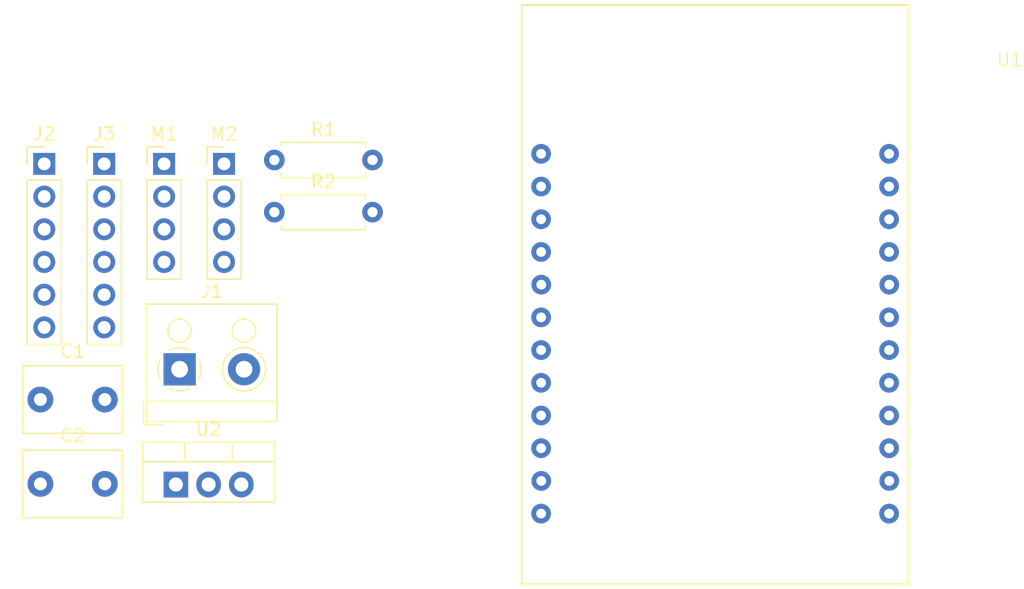
<source format=kicad_pcb>
(kicad_pcb (version 20221018) (generator pcbnew)
  (layers (0 "F.Cu" signal) (31 "B.Cu" signal) (34 "B.Paste" user) (35 "F.Paste" user) (36 "B.SilkS" user "B.Silkscreen") (37 "F.SilkS" user "F.Silkscreen") (38 "B.Mask" user) (39 "F.Mask" user) (44 "Edge.Cuts" user))
  (net 0 "")
  (net 1 "/12V")
  (net 2 "GND")
  (net 3 "/5V REG")
  (net 4 "/A01")
  (net 5 "/A02")
  (net 6 "/5V MCU")
  (net 7 "/MA_ENCA")
  (net 8 "/MA_ENCB")
  (net 9 "/B01")
  (net 10 "/B02")
  (net 11 "/MB_ENCA")
  (net 12 "/MB_ENCB")
  (net 13 "/SDA")
  (net 14 "/SCL")
  (net 15 "Net-(M2-Pin_1)")
  (net 16 "/D1")
  (net 17 "/D0")
  (net 18 "/PWMB")
  (net 22 "/AIN2")
  (net 23 "/AIN1")
  (net 24 "/BIN1")
  (net 25 "/BIN2")
  (net 28 "/PWMA")
  (footprint "Capacitor_THT:C_Disc_D7.5mm_W5.0mm_P5.00mm" (layer "F.Cu") (at 31.47 56.4)
    (fp_text reference "C1" (at 2.5 -3.75) (layer "F.SilkS"))
    (fp_text value "0.33uF")
    (fp_line (start -1.37 -2.62) (end -1.37 2.62) (stroke (width 0.12)) (layer "F.SilkS"))
    (fp_line (start -1.37 -2.62) (end 6.37 -2.62) (stroke (width 0.12)) (layer "F.SilkS"))
    (fp_line (start -1.37 2.62) (end 6.37 2.62) (stroke (width 0.12)) (layer "F.SilkS"))
    (fp_line (start 6.37 -2.62) (end 6.37 2.62) (stroke (width 0.12)) (layer "F.SilkS"))
    (pad "1" thru_hole circle (at 0 0) (size 2 2) (drill 1) (layers "*.Cu" "*.Mask") (net 1 "/12V"))
    (pad "2" thru_hole circle (at 5 0) (size 2 2) (drill 1) (layers "*.Cu" "*.Mask") (net 2 "GND"))
  )
  (footprint "Capacitor_THT:C_Disc_D7.5mm_W5.0mm_P5.00mm" (layer "F.Cu") (at 31.47 62.95)
    (fp_text reference "C2" (at 2.5 -3.75) (layer "F.SilkS"))
    (fp_text value "0.1uF")
    (fp_line (start -1.37 -2.62) (end -1.37 2.62) (stroke (width 0.12)) (layer "F.SilkS"))
    (fp_line (start -1.37 -2.62) (end 6.37 -2.62) (stroke (width 0.12)) (layer "F.SilkS"))
    (fp_line (start -1.37 2.62) (end 6.37 2.62) (stroke (width 0.12)) (layer "F.SilkS"))
    (fp_line (start 6.37 -2.62) (end 6.37 2.62) (stroke (width 0.12)) (layer "F.SilkS"))
    (pad "1" thru_hole circle (at 0 0) (size 2 2) (drill 1) (layers "*.Cu" "*.Mask") (net 3 "/5V REG"))
    (pad "2" thru_hole circle (at 5 0) (size 2 2) (drill 1) (layers "*.Cu" "*.Mask") (net 2 "GND"))
  )
  (footprint "Package_TO_SOT_THT:TO-220-3_Vertical" (layer "F.Cu") (at 41.98 63)
    (fp_text reference "U2" (at 2.54 -4.27) (layer "F.SilkS"))
    (fp_text value "LM7805")
    (fp_line (start -2.58 -3.27) (end -2.58 1.371) (stroke (width 0.12)) (layer "F.SilkS"))
    (fp_line (start -2.58 -3.27) (end 7.66 -3.27) (stroke (width 0.12)) (layer "F.SilkS"))
    (fp_line (start -2.58 -1.76) (end 7.66 -1.76) (stroke (width 0.12)) (layer "F.SilkS"))
    (fp_line (start -2.58 1.371) (end 7.66 1.371) (stroke (width 0.12)) (layer "F.SilkS"))
    (fp_line (start 0.69 -3.27) (end 0.69 -1.76) (stroke (width 0.12)) (layer "F.SilkS"))
    (fp_line (start 4.391 -3.27) (end 4.391 -1.76) (stroke (width 0.12)) (layer "F.SilkS"))
    (fp_line (start 7.66 -3.27) (end 7.66 1.371) (stroke (width 0.12)) (layer "F.SilkS"))
    (pad "1" thru_hole rect (at 0 0) (size 1.905 2) (drill 1.1) (layers "*.Cu" "*.Mask") (net 1 "/12V"))
    (pad "2" thru_hole oval (at 2.54 0) (size 1.905 2) (drill 1.1) (layers "*.Cu" "*.Mask") (net 2 "GND"))
    (pad "3" thru_hole oval (at 5.08 0) (size 1.905 2) (drill 1.1) (layers "*.Cu" "*.Mask") (net 3 "/5V REG"))
  )
  (footprint "STM32_Boards:STM32F030F4P6" (layer "F.Cu") (at 83.82 48.26)
    (fp_text reference "U1" (at 22.86 -18.24 unlocked) (layer "F.SilkS") (effects (font (thickness 0.1))))
    (fp_text value "~")
    (fp_rect (start -15 -22.5) (end 15 22.5) (stroke (width 0.15)) (fill none) (layer "F.SilkS"))
    (pad "1" thru_hole circle (at -13.5 17) (size 1.524 1.524) (drill 0.762) (layers "*.Cu" "*.Mask") (net 2 "GND"))
    (pad "2" thru_hole circle (at -13.4874 14.46) (size 1.524 1.524) (drill 0.762) (layers "*.Cu" "*.Mask") (net 2 "GND"))
    (pad "3" thru_hole circle (at -13.5 11.92) (size 1.524 1.524) (drill 0.762) (layers "*.Cu" "*.Mask") (net 22 "/AIN2"))
    (pad "4" thru_hole circle (at -13.5 9.38) (size 1.524 1.524) (drill 0.762) (layers "*.Cu" "*.Mask") (net 24 "/BIN1"))
    (pad "5" thru_hole circle (at -13.5 6.84) (size 1.524 1.524) (drill 0.762) (layers "*.Cu" "*.Mask") (net 25 "/BIN2"))
    (pad "6" thru_hole circle (at -13.5 4.3) (size 1.524 1.524) (drill 0.762) (layers "*.Cu" "*.Mask") (net 28 "/PWMA"))
    (pad "7" thru_hole circle (at -13.5 1.76) (size 1.524 1.524) (drill 0.762) (layers "*.Cu" "*.Mask") (net 18 "/PWMB"))
    (pad "8" thru_hole circle (at -13.4874 -0.78) (size 1.524 1.524) (drill 0.762) (layers "*.Cu" "*.Mask") (net 3 "/5V REG"))
    (pad "9" thru_hole circle (at -13.5 -3.32) (size 1.524 1.524) (drill 0.762) (layers "*.Cu" "*.Mask"))
    (pad "10" thru_hole circle (at -13.5 -5.86) (size 1.524 1.524) (drill 0.762) (layers "*.Cu" "*.Mask") (net 16 "/D1"))
    (pad "11" thru_hole circle (at -13.5 -8.4) (size 1.524 1.524) (drill 0.762) (layers "*.Cu" "*.Mask") (net 17 "/D0"))
    (pad "12" thru_hole circle (at -13.5 -10.94) (size 1.524 1.524) (drill 0.762) (layers "*.Cu" "*.Mask"))
    (pad "13" thru_hole circle (at 13.5 -10.94) (size 1.524 1.524) (drill 0.762) (layers "*.Cu" "*.Mask") (net 6 "/5V MCU"))
    (pad "14" thru_hole circle (at 13.5 -8.4) (size 1.524 1.524) (drill 0.762) (layers "*.Cu" "*.Mask"))
    (pad "15" thru_hole circle (at 13.5 -5.86) (size 1.524 1.524) (drill 0.762) (layers "*.Cu" "*.Mask") (net 14 "/SCL"))
    (pad "16" thru_hole circle (at 13.5 -3.32) (size 1.524 1.524) (drill 0.762) (layers "*.Cu" "*.Mask") (net 13 "/SDA"))
    (pad "17" thru_hole circle (at 13.5126 -0.78) (size 1.524 1.524) (drill 0.762) (layers "*.Cu" "*.Mask") (net 12 "/MB_ENCB"))
    (pad "18" thru_hole circle (at 13.5 1.76) (size 1.524 1.524) (drill 0.762) (layers "*.Cu" "*.Mask") (net 11 "/MB_ENCA"))
    (pad "19" thru_hole circle (at 13.5 4.3) (size 1.524 1.524) (drill 0.762) (layers "*.Cu" "*.Mask"))
    (pad "20" thru_hole circle (at 13.5 6.84) (size 1.524 1.524) (drill 0.762) (layers "*.Cu" "*.Mask") (net 8 "/MA_ENCB"))
    (pad "21" thru_hole circle (at 13.5 9.38) (size 1.524 1.524) (drill 0.762) (layers "*.Cu" "*.Mask") (net 7 "/MA_ENCA"))
    (pad "22" thru_hole circle (at 13.5 11.92) (size 1.524 1.524) (drill 0.762) (layers "*.Cu" "*.Mask") (net 23 "/AIN1"))
    (pad "23" thru_hole circle (at 13.5126 14.46) (size 1.524 1.524) (drill 0.762) (layers "*.Cu" "*.Mask"))
    (pad "24" thru_hole circle (at 13.5 17) (size 1.524 1.524) (drill 0.762) (layers "*.Cu" "*.Mask"))
  )
  (footprint "Resistor_THT:R_Axial_DIN0207_L6.3mm_D2.5mm_P7.62mm_Horizontal" (layer "F.Cu") (at 49.62 41.85)
    (fp_text reference "R2" (at 3.81 -2.37) (layer "F.SilkS"))
    (fp_text value "2K")
    (fp_line (start 0.54 -1.37) (end 7.08 -1.37) (stroke (width 0.12)) (layer "F.SilkS"))
    (fp_line (start 0.54 -1.04) (end 0.54 -1.37) (stroke (width 0.12)) (layer "F.SilkS"))
    (fp_line (start 0.54 1.04) (end 0.54 1.37) (stroke (width 0.12)) (layer "F.SilkS"))
    (fp_line (start 0.54 1.37) (end 7.08 1.37) (stroke (width 0.12)) (layer "F.SilkS"))
    (fp_line (start 7.08 -1.37) (end 7.08 -1.04) (stroke (width 0.12)) (layer "F.SilkS"))
    (fp_line (start 7.08 1.37) (end 7.08 1.04) (stroke (width 0.12)) (layer "F.SilkS"))
    (pad "1" thru_hole circle (at 0 0) (size 1.6 1.6) (drill 0.8) (layers "*.Cu" "*.Mask") (net 15 "Net-(M2-Pin_1)"))
    (pad "2" thru_hole oval (at 7.62 0) (size 1.6 1.6) (drill 0.8) (layers "*.Cu" "*.Mask") (net 2 "GND"))
  )
  (footprint "Connector_PinHeader_2.54mm:PinHeader_1x06_P2.54mm_Vertical" (layer "F.Cu") (at 36.42 38.1)
    (fp_text reference "J3" (at 0 -2.33) (layer "F.SilkS"))
    (fp_text value "MOTOR_B")
    (fp_line (start -1.33 -1.33) (end 0 -1.33) (stroke (width 0.12)) (layer "F.SilkS"))
    (fp_line (start -1.33 0) (end -1.33 -1.33) (stroke (width 0.12)) (layer "F.SilkS"))
    (fp_line (start -1.33 1.27) (end -1.33 14.03) (stroke (width 0.12)) (layer "F.SilkS"))
    (fp_line (start -1.33 1.27) (end 1.33 1.27) (stroke (width 0.12)) (layer "F.SilkS"))
    (fp_line (start -1.33 14.03) (end 1.33 14.03) (stroke (width 0.12)) (layer "F.SilkS"))
    (fp_line (start 1.33 1.27) (end 1.33 14.03) (stroke (width 0.12)) (layer "F.SilkS"))
    (pad "1" thru_hole rect (at 0 0) (size 1.7 1.7) (drill 1) (layers "*.Cu" "*.Mask") (net 9 "/B01"))
    (pad "2" thru_hole oval (at 0 2.54) (size 1.7 1.7) (drill 1) (layers "*.Cu" "*.Mask") (net 10 "/B02"))
    (pad "3" thru_hole oval (at 0 5.08) (size 1.7 1.7) (drill 1) (layers "*.Cu" "*.Mask") (net 2 "GND"))
    (pad "4" thru_hole oval (at 0 7.62) (size 1.7 1.7) (drill 1) (layers "*.Cu" "*.Mask") (net 6 "/5V MCU"))
    (pad "5" thru_hole oval (at 0 10.16) (size 1.7 1.7) (drill 1) (layers "*.Cu" "*.Mask") (net 11 "/MB_ENCA"))
    (pad "6" thru_hole oval (at 0 12.7) (size 1.7 1.7) (drill 1) (layers "*.Cu" "*.Mask") (net 12 "/MB_ENCB"))
  )
  (footprint "Connector_PinHeader_2.54mm:PinHeader_1x04_P2.54mm_Vertical" (layer "F.Cu") (at 45.72 38.1)
    (fp_text reference "M2" (at 0 -2.33) (layer "F.SilkS"))
    (fp_text value "HC-05")
    (fp_line (start -1.33 -1.33) (end 0 -1.33) (stroke (width 0.12)) (layer "F.SilkS"))
    (fp_line (start -1.33 0) (end -1.33 -1.33) (stroke (width 0.12)) (layer "F.SilkS"))
    (fp_line (start -1.33 1.27) (end -1.33 8.95) (stroke (width 0.12)) (layer "F.SilkS"))
    (fp_line (start -1.33 1.27) (end 1.33 1.27) (stroke (width 0.12)) (layer "F.SilkS"))
    (fp_line (start -1.33 8.95) (end 1.33 8.95) (stroke (width 0.12)) (layer "F.SilkS"))
    (fp_line (start 1.33 1.27) (end 1.33 8.95) (stroke (width 0.12)) (layer "F.SilkS"))
    (pad "1" thru_hole rect (at 0 0) (size 1.7 1.7) (drill 1) (layers "*.Cu" "*.Mask") (net 15 "Net-(M2-Pin_1)"))
    (pad "2" thru_hole oval (at 0 2.54) (size 1.7 1.7) (drill 1) (layers "*.Cu" "*.Mask") (net 16 "/D1"))
    (pad "3" thru_hole oval (at 0 5.08) (size 1.7 1.7) (drill 1) (layers "*.Cu" "*.Mask") (net 2 "GND"))
    (pad "4" thru_hole oval (at 0 7.62) (size 1.7 1.7) (drill 1) (layers "*.Cu" "*.Mask") (net 6 "/5V MCU"))
  )
  (footprint "TerminalBlock_RND:TerminalBlock_RND_205-00001_1x02_P5.00mm_Horizontal" (layer "F.Cu") (at 42.27 54.05)
    (fp_text reference "J1" (at 2.5 -6.06) (layer "F.SilkS"))
    (fp_text value "12V Input")
    (fp_line (start -2.8 2.56) (end -2.8 4.3) (stroke (width 0.12)) (layer "F.SilkS"))
    (fp_line (start -2.8 4.3) (end -1.3 4.3) (stroke (width 0.12)) (layer "F.SilkS"))
    (fp_line (start -2.56 -5.06) (end -2.56 4.06) (stroke (width 0.12)) (layer "F.SilkS"))
    (fp_line (start -2.56 -5.06) (end 7.56 -5.06) (stroke (width 0.12)) (layer "F.SilkS"))
    (fp_line (start -2.56 2.5) (end 7.56 2.5) (stroke (width 0.12)) (layer "F.SilkS"))
    (fp_line (start -2.56 4.06) (end 7.56 4.06) (stroke (width 0.12)) (layer "F.SilkS"))
    (fp_line (start 3.82 0.976) (end 3.726 1.069) (stroke (width 0.12)) (layer "F.SilkS"))
    (fp_line (start 3.99 1.216) (end 3.931 1.274) (stroke (width 0.12)) (layer "F.SilkS"))
    (fp_line (start 6.07 -1.275) (end 6.011 -1.216) (stroke (width 0.12)) (layer "F.SilkS"))
    (fp_line (start 6.275 -1.069) (end 6.181 -0.976) (stroke (width 0.12)) (layer "F.SilkS"))
    (fp_line (start 7.56 -5.06) (end 7.56 4.06) (stroke (width 0.12)) (layer "F.SilkS"))
    (fp_arc (start -1.483953 0.789089) (mid -1.680708 0.00005) (end -1.484 -0.789) (stroke (width 0.12)) (layer "F.SilkS"))
    (fp_arc (start -0.789089 -1.483953) (mid -0.00005 -1.680708) (end 0.789 -1.484) (stroke (width 0.12)) (layer "F.SilkS"))
    (fp_arc (start 0.029383 1.68045) (mid -0.392304 1.634281) (end -0.789 1.484) (stroke (width 0.12)) (layer "F.SilkS"))
    (fp_arc (start 0.788712 1.483352) (mid 0.406429 1.630097) (end 0 1.68) (stroke (width 0.12)) (layer "F.SilkS"))
    (fp_arc (start 1.483953 -0.789089) (mid 1.680708 -0.00005) (end 1.484 0.789) (stroke (width 0.12)) (layer "F.SilkS"))
    (fp_circle (center 0 -3) (end 0.9 -3) (stroke (width 0.12)) (fill none) (layer "F.SilkS"))
    (fp_circle (center 5 -3) (end 5.9 -3) (stroke (width 0.12)) (fill none) (layer "F.SilkS"))
    (fp_circle (center 5 0) (end 6.68 0) (stroke (width 0.12)) (fill none) (layer "F.SilkS"))
    (pad "1" thru_hole rect (at 0 0) (size 2.5 2.5) (drill 1.3) (layers "*.Cu" "*.Mask") (net 2 "GND"))
    (pad "2" thru_hole circle (at 5 0) (size 2.5 2.5) (drill 1.3) (layers "*.Cu" "*.Mask") (net 1 "/12V"))
  )
  (footprint "Resistor_THT:R_Axial_DIN0207_L6.3mm_D2.5mm_P7.62mm_Horizontal" (layer "F.Cu") (at 49.62 37.8)
    (fp_text reference "R1" (at 3.81 -2.37) (layer "F.SilkS"))
    (fp_text value "1K")
    (fp_line (start 0.54 -1.37) (end 7.08 -1.37) (stroke (width 0.12)) (layer "F.SilkS"))
    (fp_line (start 0.54 -1.04) (end 0.54 -1.37) (stroke (width 0.12)) (layer "F.SilkS"))
    (fp_line (start 0.54 1.04) (end 0.54 1.37) (stroke (width 0.12)) (layer "F.SilkS"))
    (fp_line (start 0.54 1.37) (end 7.08 1.37) (stroke (width 0.12)) (layer "F.SilkS"))
    (fp_line (start 7.08 -1.37) (end 7.08 -1.04) (stroke (width 0.12)) (layer "F.SilkS"))
    (fp_line (start 7.08 1.37) (end 7.08 1.04) (stroke (width 0.12)) (layer "F.SilkS"))
    (pad "1" thru_hole circle (at 0 0) (size 1.6 1.6) (drill 0.8) (layers "*.Cu" "*.Mask") (net 17 "/D0"))
    (pad "2" thru_hole oval (at 7.62 0) (size 1.6 1.6) (drill 0.8) (layers "*.Cu" "*.Mask") (net 15 "Net-(M2-Pin_1)"))
  )
  (footprint "Connector_PinHeader_2.54mm:PinHeader_1x06_P2.54mm_Vertical" (layer "F.Cu") (at 31.77 38.1)
    (fp_text reference "J2" (at 0 -2.33) (layer "F.SilkS"))
    (fp_text value "MOTOR_A")
    (fp_line (start -1.33 -1.33) (end 0 -1.33) (stroke (width 0.12)) (layer "F.SilkS"))
    (fp_line (start -1.33 0) (end -1.33 -1.33) (stroke (width 0.12)) (layer "F.SilkS"))
    (fp_line (start -1.33 1.27) (end -1.33 14.03) (stroke (width 0.12)) (layer "F.SilkS"))
    (fp_line (start -1.33 1.27) (end 1.33 1.27) (stroke (width 0.12)) (layer "F.SilkS"))
    (fp_line (start -1.33 14.03) (end 1.33 14.03) (stroke (width 0.12)) (layer "F.SilkS"))
    (fp_line (start 1.33 1.27) (end 1.33 14.03) (stroke (width 0.12)) (layer "F.SilkS"))
    (pad "1" thru_hole rect (at 0 0) (size 1.7 1.7) (drill 1) (layers "*.Cu" "*.Mask") (net 4 "/A01"))
    (pad "2" thru_hole oval (at 0 2.54) (size 1.7 1.7) (drill 1) (layers "*.Cu" "*.Mask") (net 5 "/A02"))
    (pad "3" thru_hole oval (at 0 5.08) (size 1.7 1.7) (drill 1) (layers "*.Cu" "*.Mask") (net 2 "GND"))
    (pad "4" thru_hole oval (at 0 7.62) (size 1.7 1.7) (drill 1) (layers "*.Cu" "*.Mask") (net 6 "/5V MCU"))
    (pad "5" thru_hole oval (at 0 10.16) (size 1.7 1.7) (drill 1) (layers "*.Cu" "*.Mask") (net 7 "/MA_ENCA"))
    (pad "6" thru_hole oval (at 0 12.7) (size 1.7 1.7) (drill 1) (layers "*.Cu" "*.Mask") (net 8 "/MA_ENCB"))
  )
  (footprint "Connector_PinHeader_2.54mm:PinHeader_1x04_P2.54mm_Vertical" (layer "F.Cu") (at 41.07 38.1)
    (fp_text reference "M1" (at 0 -2.33) (layer "F.SilkS"))
    (fp_text value "MPU6050")
    (fp_line (start -1.33 -1.33) (end 0 -1.33) (stroke (width 0.12)) (layer "F.SilkS"))
    (fp_line (start -1.33 0) (end -1.33 -1.33) (stroke (width 0.12)) (layer "F.SilkS"))
    (fp_line (start -1.33 1.27) (end -1.33 8.95) (stroke (width 0.12)) (layer "F.SilkS"))
    (fp_line (start -1.33 1.27) (end 1.33 1.27) (stroke (width 0.12)) (layer "F.SilkS"))
    (fp_line (start -1.33 8.95) (end 1.33 8.95) (stroke (width 0.12)) (layer "F.SilkS"))
    (fp_line (start 1.33 1.27) (end 1.33 8.95) (stroke (width 0.12)) (layer "F.SilkS"))
    (pad "1" thru_hole rect (at 0 0) (size 1.7 1.7) (drill 1) (layers "*.Cu" "*.Mask") (net 6 "/5V MCU"))
    (pad "2" thru_hole oval (at 0 2.54) (size 1.7 1.7) (drill 1) (layers "*.Cu" "*.Mask") (net 2 "GND"))
    (pad "3" thru_hole oval (at 0 5.08) (size 1.7 1.7) (drill 1) (layers "*.Cu" "*.Mask") (net 13 "/SDA"))
    (pad "4" thru_hole oval (at 0 7.62) (size 1.7 1.7) (drill 1) (layers "*.Cu" "*.Mask") (net 14 "/SCL"))
  )
)
</source>
